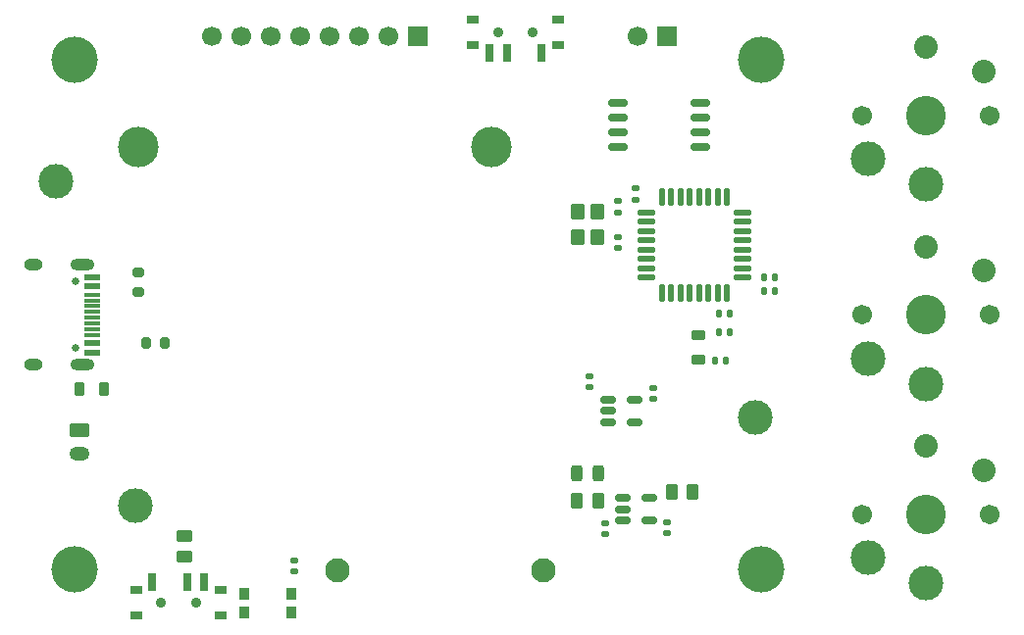
<source format=gbr>
%TF.GenerationSoftware,KiCad,Pcbnew,9.0.6*%
%TF.CreationDate,2025-12-14T01:17:05-08:00*%
%TF.ProjectId,base-station,62617365-2d73-4746-9174-696f6e2e6b69,rev?*%
%TF.SameCoordinates,Original*%
%TF.FileFunction,Soldermask,Top*%
%TF.FilePolarity,Negative*%
%FSLAX46Y46*%
G04 Gerber Fmt 4.6, Leading zero omitted, Abs format (unit mm)*
G04 Created by KiCad (PCBNEW 9.0.6) date 2025-12-14 01:17:05*
%MOMM*%
%LPD*%
G01*
G04 APERTURE LIST*
G04 Aperture macros list*
%AMRoundRect*
0 Rectangle with rounded corners*
0 $1 Rounding radius*
0 $2 $3 $4 $5 $6 $7 $8 $9 X,Y pos of 4 corners*
0 Add a 4 corners polygon primitive as box body*
4,1,4,$2,$3,$4,$5,$6,$7,$8,$9,$2,$3,0*
0 Add four circle primitives for the rounded corners*
1,1,$1+$1,$2,$3*
1,1,$1+$1,$4,$5*
1,1,$1+$1,$6,$7*
1,1,$1+$1,$8,$9*
0 Add four rect primitives between the rounded corners*
20,1,$1+$1,$2,$3,$4,$5,0*
20,1,$1+$1,$4,$5,$6,$7,0*
20,1,$1+$1,$6,$7,$8,$9,0*
20,1,$1+$1,$8,$9,$2,$3,0*%
G04 Aperture macros list end*
%ADD10RoundRect,0.162500X-0.650000X-0.162500X0.650000X-0.162500X0.650000X0.162500X-0.650000X0.162500X0*%
%ADD11C,3.500000*%
%ADD12C,3.000000*%
%ADD13RoundRect,0.140000X-0.140000X-0.170000X0.140000X-0.170000X0.140000X0.170000X-0.140000X0.170000X0*%
%ADD14R,1.000000X0.800000*%
%ADD15C,0.900000*%
%ADD16R,0.700000X1.500000*%
%ADD17RoundRect,0.250000X-0.625000X0.350000X-0.625000X-0.350000X0.625000X-0.350000X0.625000X0.350000X0*%
%ADD18O,1.750000X1.200000*%
%ADD19C,4.000000*%
%ADD20RoundRect,0.140000X-0.170000X0.140000X-0.170000X-0.140000X0.170000X-0.140000X0.170000X0.140000X0*%
%ADD21RoundRect,0.250000X0.450000X-0.262500X0.450000X0.262500X-0.450000X0.262500X-0.450000X-0.262500X0*%
%ADD22RoundRect,0.150000X-0.512500X-0.150000X0.512500X-0.150000X0.512500X0.150000X-0.512500X0.150000X0*%
%ADD23RoundRect,0.140000X0.170000X-0.140000X0.170000X0.140000X-0.170000X0.140000X-0.170000X-0.140000X0*%
%ADD24RoundRect,0.250000X-0.350000X0.450000X-0.350000X-0.450000X0.350000X-0.450000X0.350000X0.450000X0*%
%ADD25C,1.701800*%
%ADD26C,3.429000*%
%ADD27C,2.032000*%
%ADD28RoundRect,0.200000X-0.200000X-0.275000X0.200000X-0.275000X0.200000X0.275000X-0.200000X0.275000X0*%
%ADD29C,0.650000*%
%ADD30R,1.450000X0.600000*%
%ADD31R,1.450000X0.300000*%
%ADD32O,2.100000X1.000000*%
%ADD33O,1.600000X1.000000*%
%ADD34R,1.700000X1.700000*%
%ADD35C,1.700000*%
%ADD36RoundRect,0.243750X-0.243750X-0.456250X0.243750X-0.456250X0.243750X0.456250X-0.243750X0.456250X0*%
%ADD37RoundRect,0.200000X0.275000X-0.200000X0.275000X0.200000X-0.275000X0.200000X-0.275000X-0.200000X0*%
%ADD38RoundRect,0.218750X0.381250X-0.218750X0.381250X0.218750X-0.381250X0.218750X-0.381250X-0.218750X0*%
%ADD39RoundRect,0.218750X0.218750X0.381250X-0.218750X0.381250X-0.218750X-0.381250X0.218750X-0.381250X0*%
%ADD40RoundRect,0.250000X-0.262500X-0.450000X0.262500X-0.450000X0.262500X0.450000X-0.262500X0.450000X0*%
%ADD41RoundRect,0.250000X0.262500X0.450000X-0.262500X0.450000X-0.262500X-0.450000X0.262500X-0.450000X0*%
%ADD42R,0.900000X1.000000*%
%ADD43RoundRect,0.125000X-0.625000X-0.125000X0.625000X-0.125000X0.625000X0.125000X-0.625000X0.125000X0*%
%ADD44RoundRect,0.125000X-0.125000X-0.625000X0.125000X-0.625000X0.125000X0.625000X-0.125000X0.625000X0*%
%ADD45C,2.100000*%
G04 APERTURE END LIST*
D10*
%TO.C,U3*%
X86112500Y-58695000D03*
X86112500Y-59965000D03*
X86112500Y-61235000D03*
X86112500Y-62505000D03*
X93287500Y-62505000D03*
X93287500Y-61235000D03*
X93287500Y-59965000D03*
X93287500Y-58695000D03*
%TD*%
D11*
%TO.C,H1*%
X44750000Y-62500000D03*
%TD*%
D12*
%TO.C,FID3*%
X44500000Y-93500000D03*
%TD*%
D13*
%TO.C,C10*%
X94820000Y-76875000D03*
X95780000Y-76875000D03*
%TD*%
D14*
%TO.C,SW3*%
X44550000Y-100745000D03*
X44550000Y-102955000D03*
D15*
X46700000Y-101855000D03*
X49700000Y-101855000D03*
D14*
X51850000Y-100745000D03*
X51850000Y-102955000D03*
D16*
X45950000Y-100095000D03*
X48950000Y-100095000D03*
X50450000Y-100095000D03*
%TD*%
D17*
%TO.C,J4*%
X39650000Y-87000000D03*
D18*
X39650000Y-89000000D03*
%TD*%
D19*
%TO.C,H5*%
X39200000Y-55000000D03*
%TD*%
D20*
%TO.C,C2*%
X85000000Y-95020000D03*
X85000000Y-95980000D03*
%TD*%
D13*
%TO.C,C7*%
X98720000Y-74975000D03*
X99680000Y-74975000D03*
%TD*%
D21*
%TO.C,R5*%
X48700000Y-97912500D03*
X48700000Y-96087500D03*
%TD*%
D22*
%TO.C,U2*%
X85262500Y-84350000D03*
X85262500Y-85300000D03*
X85262500Y-86250000D03*
X87537500Y-86250000D03*
X87537500Y-84350000D03*
%TD*%
D19*
%TO.C,H6*%
X39200000Y-99000000D03*
%TD*%
D20*
%TO.C,C1*%
X90400000Y-94900000D03*
X90400000Y-95860000D03*
%TD*%
D11*
%TO.C,H2*%
X75250000Y-62500000D03*
%TD*%
D23*
%TO.C,C13*%
X58180000Y-99180000D03*
X58180000Y-98220000D03*
%TD*%
D24*
%TO.C,Y1*%
X82650000Y-68075000D03*
X82650000Y-70275000D03*
X84350000Y-70275000D03*
X84350000Y-68075000D03*
%TD*%
D25*
%TO.C,SW5*%
X118250000Y-94250000D03*
D12*
X112750000Y-100200000D03*
D26*
X112750000Y-94250000D03*
D12*
X107750000Y-98000000D03*
D25*
X107250000Y-94250000D03*
D27*
X112750000Y-88350000D03*
X117750000Y-90450000D03*
%TD*%
D28*
%TO.C,R2*%
X45375000Y-79400000D03*
X47025000Y-79400000D03*
%TD*%
D12*
%TO.C,FID2*%
X37600000Y-65500000D03*
%TD*%
D29*
%TO.C,J2*%
X39355000Y-74110000D03*
X39355000Y-79890000D03*
D30*
X40800000Y-73750000D03*
X40800000Y-74550000D03*
D31*
X40800000Y-75750000D03*
X40800000Y-76750000D03*
X40800000Y-77250000D03*
X40800000Y-78250000D03*
D30*
X40800000Y-79450000D03*
X40800000Y-80250000D03*
X40800000Y-80250000D03*
X40800000Y-79450000D03*
D31*
X40800000Y-78750000D03*
X40800000Y-77750000D03*
X40800000Y-76250000D03*
X40800000Y-75250000D03*
D30*
X40800000Y-74550000D03*
X40800000Y-73750000D03*
D32*
X39885000Y-72680000D03*
D33*
X35705000Y-72680000D03*
D32*
X39885000Y-81320000D03*
D33*
X35705000Y-81320000D03*
%TD*%
D34*
%TO.C,J3*%
X68900000Y-52900000D03*
D35*
X66360000Y-52900000D03*
X63820000Y-52900000D03*
X61280000Y-52900000D03*
X58740000Y-52900000D03*
X56200000Y-52900000D03*
X53660000Y-52900000D03*
X51120000Y-52900000D03*
%TD*%
D12*
%TO.C,FID1*%
X98000000Y-85900000D03*
%TD*%
D34*
%TO.C,J5*%
X90375000Y-52900000D03*
D35*
X87835000Y-52900000D03*
%TD*%
D19*
%TO.C,H3*%
X98500000Y-55000000D03*
%TD*%
D25*
%TO.C,SW6*%
X118250000Y-59750000D03*
D12*
X112750000Y-65700000D03*
D26*
X112750000Y-59750000D03*
D12*
X107750000Y-63500000D03*
D25*
X107250000Y-59750000D03*
D27*
X112750000Y-53850000D03*
X117750000Y-55950000D03*
%TD*%
D22*
%TO.C,U1*%
X86562500Y-92850000D03*
X86562500Y-93800000D03*
X86562500Y-94750000D03*
X88837500Y-94750000D03*
X88837500Y-92850000D03*
%TD*%
D36*
%TO.C,D1*%
X82562500Y-90700000D03*
X84437500Y-90700000D03*
%TD*%
D37*
%TO.C,R1*%
X44700000Y-75025000D03*
X44700000Y-73375000D03*
%TD*%
D38*
%TO.C,FB2*%
X93100000Y-80837500D03*
X93100000Y-78712500D03*
%TD*%
D19*
%TO.C,H4*%
X98500000Y-99000000D03*
%TD*%
D23*
%TO.C,C11*%
X86100000Y-68155000D03*
X86100000Y-67195000D03*
%TD*%
D20*
%TO.C,C12*%
X86100000Y-70295000D03*
X86100000Y-71255000D03*
%TD*%
D39*
%TO.C,FB1*%
X41762500Y-83400000D03*
X39637500Y-83400000D03*
%TD*%
D13*
%TO.C,C8*%
X94520000Y-80975000D03*
X95480000Y-80975000D03*
%TD*%
D25*
%TO.C,SW4*%
X118250000Y-77000000D03*
D12*
X112750000Y-82950000D03*
D26*
X112750000Y-77000000D03*
D12*
X107750000Y-80750000D03*
D25*
X107250000Y-77000000D03*
D27*
X112750000Y-71100000D03*
X117750000Y-73200000D03*
%TD*%
D23*
%TO.C,C3*%
X83700000Y-83280000D03*
X83700000Y-82320000D03*
%TD*%
%TO.C,C4*%
X89200000Y-84280000D03*
X89200000Y-83320000D03*
%TD*%
D40*
%TO.C,R4*%
X90787500Y-92300000D03*
X92612500Y-92300000D03*
%TD*%
D14*
%TO.C,SW2*%
X80950000Y-53680000D03*
X80950000Y-51470000D03*
D15*
X78800000Y-52570000D03*
X75800000Y-52570000D03*
D14*
X73650000Y-53680000D03*
X73650000Y-51470000D03*
D16*
X79550000Y-54330000D03*
X76550000Y-54330000D03*
X75050000Y-54330000D03*
%TD*%
D13*
%TO.C,C9*%
X94820000Y-78475000D03*
X95780000Y-78475000D03*
%TD*%
D41*
%TO.C,R3*%
X84412500Y-93100000D03*
X82587500Y-93100000D03*
%TD*%
D23*
%TO.C,C6*%
X87700000Y-67055000D03*
X87700000Y-66095000D03*
%TD*%
D42*
%TO.C,SW1*%
X53850000Y-101100000D03*
X57950000Y-101100000D03*
X53850000Y-102700000D03*
X57950000Y-102700000D03*
%TD*%
D43*
%TO.C,U4*%
X88575000Y-68175000D03*
X88575000Y-68975000D03*
X88575000Y-69775000D03*
X88575000Y-70575000D03*
X88575000Y-71375000D03*
X88575000Y-72175000D03*
X88575000Y-72975000D03*
X88575000Y-73775000D03*
D44*
X89950000Y-75150000D03*
X90750000Y-75150000D03*
X91550000Y-75150000D03*
X92350000Y-75150000D03*
X93150000Y-75150000D03*
X93950000Y-75150000D03*
X94750000Y-75150000D03*
X95550000Y-75150000D03*
D43*
X96925000Y-73775000D03*
X96925000Y-72975000D03*
X96925000Y-72175000D03*
X96925000Y-71375000D03*
X96925000Y-70575000D03*
X96925000Y-69775000D03*
X96925000Y-68975000D03*
X96925000Y-68175000D03*
D44*
X95550000Y-66800000D03*
X94750000Y-66800000D03*
X93950000Y-66800000D03*
X93150000Y-66800000D03*
X92350000Y-66800000D03*
X91550000Y-66800000D03*
X90750000Y-66800000D03*
X89950000Y-66800000D03*
%TD*%
D13*
%TO.C,C5*%
X98720000Y-73775000D03*
X99680000Y-73775000D03*
%TD*%
D45*
%TO.C,H7*%
X61920000Y-99055000D03*
%TD*%
%TO.C,H8*%
X79700000Y-99055000D03*
%TD*%
M02*

</source>
